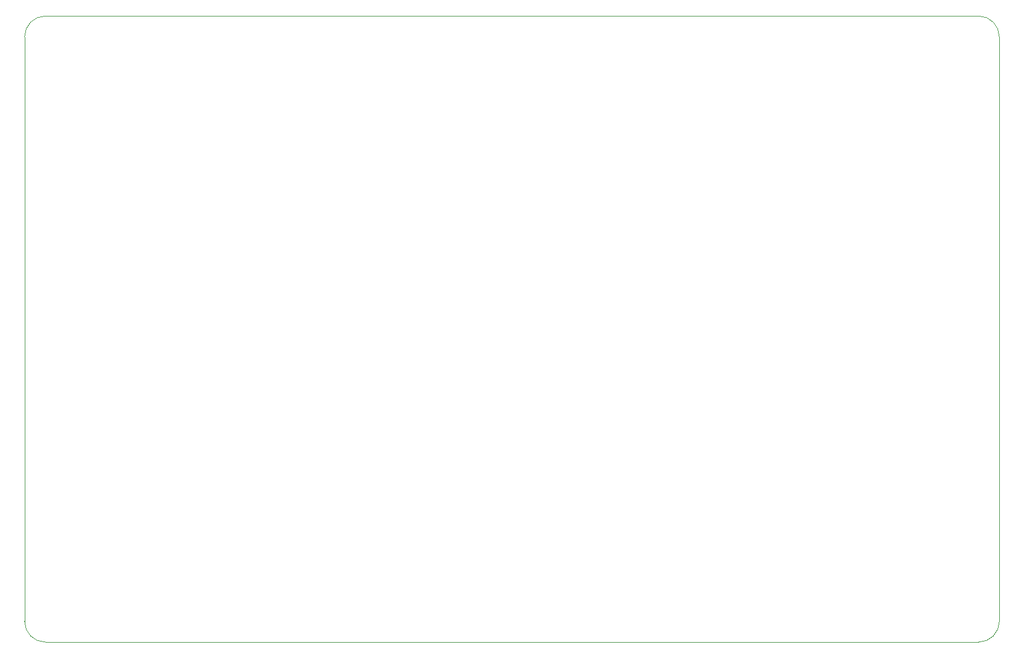
<source format=gbr>
%TF.GenerationSoftware,KiCad,Pcbnew,8.0.6*%
%TF.CreationDate,2024-11-07T12:50:37-05:00*%
%TF.ProjectId,minichord,6d696e69-6368-46f7-9264-2e6b69636164,rev?*%
%TF.SameCoordinates,Original*%
%TF.FileFunction,Profile,NP*%
%FSLAX46Y46*%
G04 Gerber Fmt 4.6, Leading zero omitted, Abs format (unit mm)*
G04 Created by KiCad (PCBNEW 8.0.6) date 2024-11-07 12:50:37*
%MOMM*%
%LPD*%
G01*
G04 APERTURE LIST*
%TA.AperFunction,Profile*%
%ADD10C,0.050000*%
%TD*%
G04 APERTURE END LIST*
D10*
X197000000Y-42000000D02*
X197000000Y-126000000D01*
X197000000Y-126000000D02*
G75*
G02*
X194000000Y-129000000I-3000000J0D01*
G01*
X60000000Y-129000000D02*
G75*
G02*
X57000000Y-126000000I0J3000000D01*
G01*
X194000000Y-39000000D02*
G75*
G02*
X197000000Y-42000000I0J-3000000D01*
G01*
X57000000Y-126000000D02*
X57000000Y-42000000D01*
X57000000Y-42000000D02*
G75*
G02*
X60000000Y-39000000I3000000J0D01*
G01*
X194000000Y-129000000D02*
X60000000Y-129000000D01*
X60000000Y-39000000D02*
X194000000Y-39000000D01*
M02*

</source>
